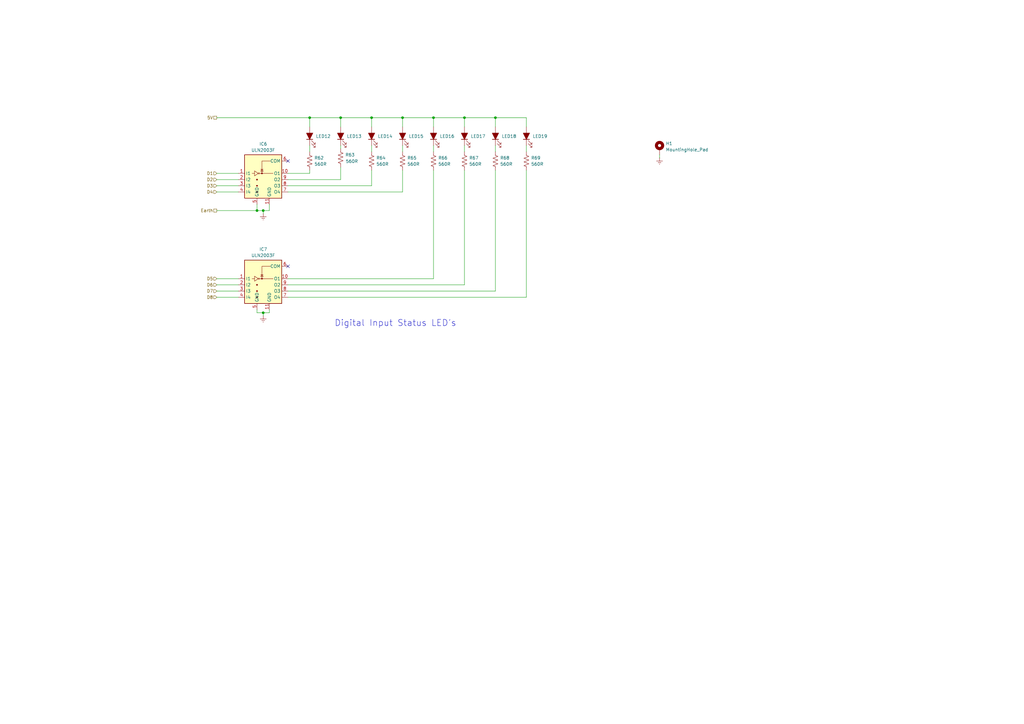
<source format=kicad_sch>
(kicad_sch (version 20231120) (generator "eeschema") (generator_version "8.0")
  (paper "A3")
  (title_block (title "PicoPLC - Digital Input LED (Buffer)") (date "2022-11-19"))
  (lib_symbols
    (symbol "Device:LED_Filled" (pin_numbers hide) (pin_names (offset 1.016) hide)
      (property "Reference" "D" (at 0 2.54 0))
      (property "Value" "LED_Filled" (at 0 -2.54 0))
      (symbol "LED_Filled_0_1"
        (polyline (pts (xy -1.27 -1.27) (xy -1.27 1.27)) (stroke (width 0.254)))
        (polyline (pts (xy -1.27 0) (xy 1.27 0)))
        (polyline (pts (xy 1.27 -1.27) (xy 1.27 1.27) (xy -1.27 0) (xy 1.27 -1.27)) (stroke (width 0.254)) (fill (type outline)))
        (polyline (pts (xy -3.048 -0.762) (xy -4.572 -2.286) (xy -3.81 -2.286) (xy -4.572 -2.286) (xy -4.572 -1.524)))
        (polyline (pts (xy -1.778 -0.762) (xy -3.302 -2.286) (xy -2.54 -2.286) (xy -3.302 -2.286) (xy -3.302 -1.524)))
      )
      (symbol "LED_Filled_1_1"
        (pin passive line (at -3.81 0 0) (length 2.54) (name "K") (number "1"))
        (pin passive line (at 3.81 0 180) (length 2.54) (name "A") (number "2"))
      )
    )
    (symbol "Device:R_US" (pin_numbers hide) (pin_names (offset 0))
      (property "Reference" "R" (at 2.54 0 90))
      (property "Value" "R_US" (at -2.54 0 90))
      (symbol "R_US_0_1"
        (polyline (pts (xy 0 -2.286) (xy 0 -2.54)))
        (polyline (pts (xy 0 2.286) (xy 0 2.54)))
        (polyline (pts (xy 0 -0.762) (xy 1.016 -1.143) (xy 0 -1.524) (xy -1.016 -1.905) (xy 0 -2.286)))
        (polyline (pts (xy 0 0.762) (xy 1.016 0.381) (xy 0 0) (xy -1.016 -0.381) (xy 0 -0.762)))
        (polyline (pts (xy 0 2.286) (xy 1.016 1.905) (xy 0 1.524) (xy -1.016 1.143) (xy 0 0.762)))
      )
      (symbol "R_US_1_1"
        (pin passive line (at 0 3.81 270) (length 1.27) (name "~") (number "1"))
        (pin passive line (at 0 -3.81 90) (length 1.27) (name "~") (number "2"))
      )
    )
    (symbol "Earth_1" (power) (pin_numbers hide) (pin_names (offset 0) hide)
      (property "Value" "Earth" (at 0 -3.81 0))
      (symbol "Earth_1_0_1"
        (polyline (pts (xy -0.635 -1.905) (xy 0.635 -1.905)))
        (polyline (pts (xy -0.127 -2.54) (xy 0.127 -2.54)))
        (polyline (pts (xy 0 -1.27) (xy 0 0)))
        (polyline (pts (xy 1.27 -1.27) (xy -1.27 -1.27)))
      )
      (symbol "Earth_1_1_1"
        (pin power_in line (at 0 0 270) (length 0) (name "~") (number "1"))
      )
    )
    (symbol "Mechanical:MountingHole_Pad" (pin_numbers hide) (pin_names (offset 1.016) hide)
      (property "Reference" "H" (at 0 6.35 0))
      (property "Value" "MountingHole_Pad" (at 0 4.445 0))
      (symbol "MountingHole_Pad_0_1"
        (circle (center 0 1.27) (radius 1.27) (stroke (width 1.27)))
      )
      (symbol "MountingHole_Pad_1_1"
        (pin input line (at 0 -2.54 90) (length 2.54) (name "1") (number "1"))
      )
    )
    (symbol "ULN2003F_1"
      (property "Reference" "IC4" (at 0 17.78 0))
      (property "Value" "ULN2003F_1" (at 0 15.24 0))
      (symbol "ULN2003F_1_0_1"
        (rectangle (start -7.62 12.7) (end 7.62 -5.08) (stroke (width 0.254)) (fill (type background)))
        (circle (center -2.54 -2.54) (radius 0.254) (fill (type outline)))
        (circle (center -2.54 0) (radius 0.254) (fill (type outline)))
        (circle (center -2.54 2.54) (radius 0.254) (fill (type outline)))
        (circle (center -1.778 5.08) (radius 0.254))
        (circle (center -0.508 5.08) (radius 0.254) (fill (type outline)))
        (polyline (pts (xy -4.572 5.08) (xy -3.556 5.08)))
        (polyline (pts (xy -1.524 5.08) (xy 4.064 5.08)))
        (polyline (pts (xy 0 6.731) (xy -1.016 6.731)))
        (polyline (pts (xy -0.508 5.08) (xy -0.508 10.16) (xy 2.921 10.16)))
        (polyline (pts (xy -3.556 6.096) (xy -3.556 4.064) (xy -2.032 5.08) (xy -3.556 6.096)))
        (polyline (pts (xy 0 5.969) (xy -1.016 5.969) (xy -0.508 6.731) (xy 0 5.969)))
      )
      (symbol "ULN2003F_1_1_1"
        (pin input line (at -10.16 5.08 0) (length 2.54) (name "I1") (number "1"))
        (pin open_collector line (at 10.16 5.08 180) (length 2.54) (name "O1") (number "10"))
        (pin power_in line (at 2.54 -7.62 90) (length 2.54) (name "GND") (number "11"))
        (pin input line (at -10.16 2.54 0) (length 2.54) (name "I2") (number "2"))
        (pin input line (at -10.16 0 0) (length 2.54) (name "I3") (number "3"))
        (pin input line (at -10.16 -2.54 0) (length 2.54) (name "I4") (number "4"))
        (pin power_in line (at -2.54 -7.62 90) (length 2.54) (name "GND") (number "5"))
        (pin passive line (at 10.16 10.16 180) (length 2.54) (name "COM") (number "6"))
        (pin open_collector line (at 10.16 -2.54 180) (length 2.54) (name "O4") (number "7"))
        (pin open_collector line (at 10.16 0 180) (length 2.54) (name "O3") (number "8"))
        (pin open_collector line (at 10.16 2.54 180) (length 2.54) (name "O2") (number "9"))
      )
    )
  )
  (junction (at 177.8 48.26))
  (junction (at 127 48.26))
  (junction (at 107.95 86.36))
  (junction (at 152.4 48.26))
  (junction (at 105.41 86.36))
  (junction (at 139.7 48.26))
  (junction (at 190.5 48.26))
  (junction (at 203.2 48.26))
  (junction (at 107.95 128.27))
  (junction (at 165.1 48.26))
  (no_connect (at 118.11 109.22))
  (no_connect (at 118.11 66.04))
  (wire (pts (xy 270.51 64.77) (xy 270.51 63.5)))
  (wire (pts (xy 165.1 48.26) (xy 177.8 48.26)))
  (wire (pts (xy 127 48.26) (xy 139.7 48.26)))
  (wire (pts (xy 203.2 48.26) (xy 203.2 52.07)))
  (wire (pts (xy 105.41 127) (xy 105.41 128.27)))
  (wire (pts (xy 190.5 116.84) (xy 118.11 116.84)))
  (wire (pts (xy 165.1 59.69) (xy 165.1 62.23)))
  (wire (pts (xy 190.5 59.69) (xy 190.5 62.23)))
  (wire (pts (xy 152.4 76.2) (xy 118.11 76.2)))
  (wire (pts (xy 88.9 71.12) (xy 97.79 71.12)))
  (wire (pts (xy 190.5 52.07) (xy 190.5 48.26)))
  (wire (pts (xy 177.8 69.85) (xy 177.8 114.3)))
  (wire (pts (xy 105.41 83.82) (xy 105.41 86.36)))
  (wire (pts (xy 203.2 59.69) (xy 203.2 62.23)))
  (wire (pts (xy 107.95 86.36) (xy 110.49 86.36)))
  (wire (pts (xy 165.1 78.74) (xy 118.11 78.74)))
  (wire (pts (xy 152.4 59.69) (xy 152.4 62.23)))
  (wire (pts (xy 190.5 69.85) (xy 190.5 116.84)))
  (wire (pts (xy 152.4 48.26) (xy 165.1 48.26)))
  (wire (pts (xy 88.9 48.26) (xy 127 48.26)))
  (wire (pts (xy 165.1 69.85) (xy 165.1 78.74)))
  (wire (pts (xy 118.11 114.3) (xy 177.8 114.3)))
  (wire (pts (xy 190.5 48.26) (xy 203.2 48.26)))
  (wire (pts (xy 139.7 73.66) (xy 118.11 73.66)))
  (wire (pts (xy 110.49 127) (xy 110.49 128.27)))
  (wire (pts (xy 139.7 59.69) (xy 139.7 60.96)))
  (wire (pts (xy 215.9 59.69) (xy 215.9 62.23)))
  (wire (pts (xy 139.7 48.26) (xy 139.7 52.07)))
  (wire (pts (xy 215.9 121.92) (xy 215.9 69.85)))
  (wire (pts (xy 88.9 114.3) (xy 97.79 114.3)))
  (wire (pts (xy 110.49 128.27) (xy 107.95 128.27)))
  (wire (pts (xy 177.8 48.26) (xy 177.8 52.07)))
  (wire (pts (xy 139.7 48.26) (xy 152.4 48.26)))
  (wire (pts (xy 177.8 59.69) (xy 177.8 62.23)))
  (wire (pts (xy 88.9 73.66) (xy 97.79 73.66)))
  (wire (pts (xy 88.9 78.74) (xy 97.79 78.74)))
  (wire (pts (xy 107.95 129.54) (xy 107.95 128.27)))
  (wire (pts (xy 107.95 128.27) (xy 105.41 128.27)))
  (wire (pts (xy 215.9 48.26) (xy 215.9 52.07)))
  (wire (pts (xy 88.9 86.36) (xy 105.41 86.36)))
  (wire (pts (xy 110.49 83.82) (xy 110.49 86.36)))
  (wire (pts (xy 118.11 121.92) (xy 215.9 121.92)))
  (wire (pts (xy 127 71.12) (xy 127 69.85)))
  (wire (pts (xy 165.1 48.26) (xy 165.1 52.07)))
  (wire (pts (xy 107.95 86.36) (xy 107.95 87.63)))
  (wire (pts (xy 127 52.07) (xy 127 48.26)))
  (wire (pts (xy 88.9 116.84) (xy 97.79 116.84)))
  (wire (pts (xy 88.9 76.2) (xy 97.79 76.2)))
  (wire (pts (xy 88.9 121.92) (xy 97.79 121.92)))
  (wire (pts (xy 203.2 48.26) (xy 215.9 48.26)))
  (wire (pts (xy 152.4 69.85) (xy 152.4 76.2)))
  (wire (pts (xy 88.9 119.38) (xy 97.79 119.38)))
  (wire (pts (xy 127 71.12) (xy 118.11 71.12)))
  (wire (pts (xy 139.7 68.58) (xy 139.7 73.66)))
  (wire (pts (xy 105.41 86.36) (xy 107.95 86.36)))
  (wire (pts (xy 177.8 48.26) (xy 190.5 48.26)))
  (wire (pts (xy 118.11 119.38) (xy 203.2 119.38)))
  (wire (pts (xy 127 59.69) (xy 127 62.23)))
  (wire (pts (xy 152.4 52.07) (xy 152.4 48.26)))
  (wire (pts (xy 203.2 69.85) (xy 203.2 119.38)))
  (text "Digital Input Status LED's" (at 137.16 134.112 0) (effects (font (size 2.54 2.54)) (justify left bottom)))
  (hierarchical_label "D3" (shape input) (at 88.9 76.2 180))
  (hierarchical_label "D4" (shape input) (at 88.9 78.74 180))
  (hierarchical_label "D6" (shape input) (at 88.9 116.84 180))
  (hierarchical_label "D5" (shape input) (at 88.9 114.3 180))
  (hierarchical_label "D2" (shape input) (at 88.9 73.66 180))
  (hierarchical_label "5V" (shape passive) (at 88.9 48.26 180))
  (hierarchical_label "Earth" (shape passive) (at 88.9 86.36 180))
  (hierarchical_label "D7" (shape input) (at 88.9 119.38 180))
  (hierarchical_label "D8" (shape input) (at 88.9 121.92 180))
  (hierarchical_label "D1" (shape input) (at 88.9 71.12 180))
  (symbol (lib_name "Earth_1") (lib_id "power:Earth") (at 107.95 87.63 0) (unit 1)
    (property "Reference" "#PWR028" (effects (hide yes)))
    (property "Value" "Earth" (effects (hide yes)))
    (property "Description" "Power symbol creates a global label with name \"Earth\"" (effects (hide yes)))
  )
  (symbol (lib_id "Device:LED_Filled") (at 127 55.88 90) (unit 1)
    (property "Reference" "LED12" (at 129.54 55.88 90) (effects (justify right)))
    (property "Value" "LED_Filled" (effects (hide yes)))
    (property "Footprint" "LED_SMD:LED_0805_2012Metric" (effects (hide yes)))
    (property "Datasheet" "https://optoelectronics.liteon.com/upload/download/DS22-2000-228/LTST-C191KGKT.PDF" (effects (hide yes)))
    (property "Colour" "Green" (effects (hide yes)))
  )
  (symbol (lib_id "Device:R_US") (at 165.1 66.04 0) (unit 1)
    (property "Reference" "R65" (at 167.005 64.77 0) (effects (justify left)))
    (property "Value" "560R" (at 167.005 67.31 0) (effects (justify left)))
    (property "Footprint" "Resistor_SMD:R_0805_2012Metric" (effects (hide yes)))
    (property "Datasheet" "https://www.seielect.com/catalog/sei-rmcf_rmcp.pdf" (effects (hide yes)))
  )
  (symbol (lib_name "ULN2003F_1") (lib_id "Custom_IC_Digital:ULN2003F") (at 107.95 119.38 0) (unit 1)
    (property "Reference" "IC7" (at 107.95 102.235 0))
    (property "Value" "ULN2003F" (at 107.95 104.775 0))
    (property "Footprint" "Package_DFN_QFN:DFN-10-1EP_3x3mm_P0.5mm_EP1.65x2.38mm" (effects (hide yes)))
    (property "Datasheet" "https://www.diodes.com/assets/Datasheets/ULN2003V12_ULN2003F12.pdf" (effects (hide yes)))
  )
  (symbol (lib_id "Device:LED_Filled") (at 152.4 55.88 90) (unit 1)
    (property "Reference" "LED14" (at 154.94 55.88 90) (effects (justify right)))
    (property "Value" "LED_Filled" (effects (hide yes)))
    (property "Footprint" "LED_SMD:LED_0805_2012Metric" (effects (hide yes)))
    (property "Datasheet" "https://optoelectronics.liteon.com/upload/download/DS22-2000-228/LTST-C191KGKT.PDF" (effects (hide yes)))
    (property "Colour" "Green" (effects (hide yes)))
  )
  (symbol (lib_id "Device:R_US") (at 177.8 66.04 0) (unit 1)
    (property "Reference" "R66" (at 179.705 64.77 0) (effects (justify left)))
    (property "Value" "560R" (at 179.705 67.31 0) (effects (justify left)))
    (property "Footprint" "Resistor_SMD:R_0805_2012Metric" (effects (hide yes)))
    (property "Datasheet" "https://www.seielect.com/catalog/sei-rmcf_rmcp.pdf" (effects (hide yes)))
  )
  (symbol (lib_id "Device:R_US") (at 152.4 66.04 0) (unit 1)
    (property "Reference" "R64" (at 154.305 64.77 0) (effects (justify left)))
    (property "Value" "560R" (at 154.305 67.31 0) (effects (justify left)))
    (property "Footprint" "Resistor_SMD:R_0805_2012Metric" (effects (hide yes)))
    (property "Datasheet" "https://www.seielect.com/catalog/sei-rmcf_rmcp.pdf" (effects (hide yes)))
  )
  (symbol (lib_id "Device:R_US") (at 127 66.04 0) (unit 1)
    (property "Reference" "R62" (at 128.905 64.77 0) (effects (justify left)))
    (property "Value" "560R" (at 128.905 67.31 0) (effects (justify left)))
    (property "Footprint" "Resistor_SMD:R_0805_2012Metric" (effects (hide yes)))
    (property "Datasheet" "https://www.seielect.com/catalog/sei-rmcf_rmcp.pdf" (effects (hide yes)))
  )
  (symbol (lib_name "ULN2003F_1") (lib_id "Custom_IC_Digital:ULN2003F") (at 107.95 76.2 0) (unit 1)
    (property "Reference" "IC6" (at 107.95 59.055 0))
    (property "Value" "ULN2003F" (at 107.95 61.595 0))
    (property "Footprint" "Package_DFN_QFN:DFN-10-1EP_3x3mm_P0.5mm_EP1.65x2.38mm" (effects (hide yes)))
    (property "Datasheet" "https://www.diodes.com/assets/Datasheets/ULN2003V12_ULN2003F12.pdf" (effects (hide yes)))
  )
  (symbol (lib_id "Device:LED_Filled") (at 190.5 55.88 90) (unit 1)
    (property "Reference" "LED17" (at 193.04 55.88 90) (effects (justify right)))
    (property "Value" "LED_Filled" (effects (hide yes)))
    (property "Footprint" "LED_SMD:LED_0805_2012Metric" (effects (hide yes)))
    (property "Datasheet" "https://optoelectronics.liteon.com/upload/download/DS22-2000-228/LTST-C191KGKT.PDF" (effects (hide yes)))
    (property "Colour" "Green" (effects (hide yes)))
  )
  (symbol (lib_id "Device:LED_Filled") (at 177.8 55.88 90) (unit 1)
    (property "Reference" "LED16" (at 180.34 55.88 90) (effects (justify right)))
    (property "Value" "LED_Filled" (effects (hide yes)))
    (property "Footprint" "LED_SMD:LED_0805_2012Metric" (effects (hide yes)))
    (property "Datasheet" "https://optoelectronics.liteon.com/upload/download/DS22-2000-228/LTST-C191KGKT.PDF" (effects (hide yes)))
    (property "Colour" "Green" (effects (hide yes)))
  )
  (symbol (lib_id "Device:LED_Filled") (at 215.9 55.88 90) (unit 1)
    (property "Reference" "LED19" (at 218.44 55.88 90) (effects (justify right)))
    (property "Value" "LED_Filled" (effects (hide yes)))
    (property "Footprint" "LED_SMD:LED_0805_2012Metric" (effects (hide yes)))
    (property "Datasheet" "https://optoelectronics.liteon.com/upload/download/DS22-2000-228/LTST-C191KGKT.PDF" (effects (hide yes)))
    (property "Colour" "Green" (effects (hide yes)))
  )
  (symbol (lib_id "Device:R_US") (at 190.5 66.04 0) (unit 1)
    (property "Reference" "R67" (at 192.405 64.77 0) (effects (justify left)))
    (property "Value" "560R" (at 192.405 67.31 0) (effects (justify left)))
    (property "Footprint" "Resistor_SMD:R_0805_2012Metric" (effects (hide yes)))
    (property "Datasheet" "https://www.seielect.com/catalog/sei-rmcf_rmcp.pdf" (effects (hide yes)))
  )
  (symbol (lib_id "Device:LED_Filled") (at 203.2 55.88 90) (unit 1)
    (property "Reference" "LED18" (at 205.74 55.88 90) (effects (justify right)))
    (property "Value" "LED_Filled" (effects (hide yes)))
    (property "Footprint" "LED_SMD:LED_0805_2012Metric" (effects (hide yes)))
    (property "Datasheet" "https://optoelectronics.liteon.com/upload/download/DS22-2000-228/LTST-C191KGKT.PDF" (effects (hide yes)))
    (property "Colour" "Green" (effects (hide yes)))
  )
  (symbol (lib_id "Mechanical:MountingHole_Pad") (at 270.51 60.96 0) (unit 1) (in_bom no)
    (property "Reference" "H1" (at 273.05 58.8553 0) (effects (justify left)))
    (property "Value" "MountingHole_Pad" (at 273.05 61.3922 0) (effects (justify left)))
    (property "Footprint" "MountingHole:MountingHole_3mm_Pad" (effects (hide yes)))
    (property "Datasheet" "https://www.aliexpress.com/item/1005003080953210.html" (effects (hide yes)))
  )
  (symbol (lib_name "Earth_1") (lib_id "power:Earth") (at 270.51 64.77 0) (unit 1)
    (property "Reference" "#PWR013" (effects (hide yes)))
    (property "Value" "Earth" (effects (hide yes)))
    (property "Description" "Power symbol creates a global label with name \"Earth\"" (effects (hide yes)))
  )
  (symbol (lib_id "Device:R_US") (at 203.2 66.04 0) (unit 1)
    (property "Reference" "R68" (at 205.105 64.77 0) (effects (justify left)))
    (property "Value" "560R" (at 205.105 67.31 0) (effects (justify left)))
    (property "Footprint" "Resistor_SMD:R_0805_2012Metric" (effects (hide yes)))
    (property "Datasheet" "https://www.seielect.com/catalog/sei-rmcf_rmcp.pdf" (effects (hide yes)))
  )
  (symbol (lib_id "Device:LED_Filled") (at 165.1 55.88 90) (unit 1)
    (property "Reference" "LED15" (at 167.64 55.88 90) (effects (justify right)))
    (property "Value" "LED_Filled" (effects (hide yes)))
    (property "Footprint" "LED_SMD:LED_0805_2012Metric" (effects (hide yes)))
    (property "Datasheet" "https://optoelectronics.liteon.com/upload/download/DS22-2000-228/LTST-C191KGKT.PDF" (effects (hide yes)))
    (property "Colour" "Green" (effects (hide yes)))
  )
  (symbol (lib_name "Earth_1") (lib_id "power:Earth") (at 107.95 129.54 0) (unit 1)
    (property "Reference" "#PWR029" (effects (hide yes)))
    (property "Value" "Earth" (effects (hide yes)))
    (property "Description" "Power symbol creates a global label with name \"Earth\"" (effects (hide yes)))
  )
  (symbol (lib_id "Device:LED_Filled") (at 139.7 55.88 90) (unit 1)
    (property "Reference" "LED13" (at 142.24 55.88 90) (effects (justify right)))
    (property "Value" "LED_Filled" (effects (hide yes)))
    (property "Footprint" "LED_SMD:LED_0805_2012Metric" (effects (hide yes)))
    (property "Datasheet" "https://optoelectronics.liteon.com/upload/download/DS22-2000-228/LTST-C191KGKT.PDF" (effects (hide yes)))
    (property "Colour" "Green" (effects (hide yes)))
  )
  (symbol (lib_id "Device:R_US") (at 139.7 64.77 0) (unit 1)
    (property "Reference" "R63" (at 141.605 63.5 0) (effects (justify left)))
    (property "Value" "560R" (at 141.732 66.167 0) (effects (justify left)))
    (property "Footprint" "Resistor_SMD:R_0805_2012Metric" (effects (hide yes)))
    (property "Datasheet" "https://www.seielect.com/catalog/sei-rmcf_rmcp.pdf" (effects (hide yes)))
  )
  (symbol (lib_id "Device:R_US") (at 215.9 66.04 0) (unit 1)
    (property "Reference" "R69" (at 217.805 64.77 0) (effects (justify left)))
    (property "Value" "560R" (at 217.805 67.31 0) (effects (justify left)))
    (property "Footprint" "Resistor_SMD:R_0805_2012Metric" (effects (hide yes)))
    (property "Datasheet" "https://www.seielect.com/catalog/sei-rmcf_rmcp.pdf" (effects (hide yes)))
  )
)
</source>
